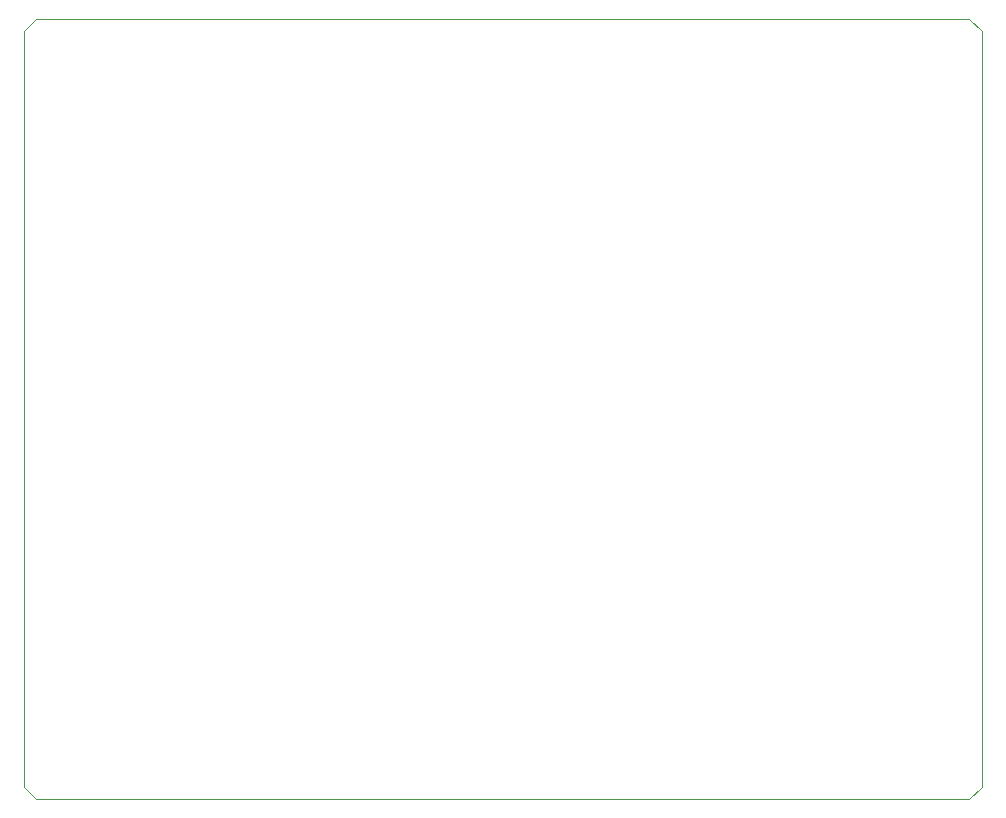
<source format=gbp>
G75*
%MOIN*%
%OFA0B0*%
%FSLAX25Y25*%
%IPPOS*%
%LPD*%
%AMOC8*
5,1,8,0,0,1.08239X$1,22.5*
%
%ADD10C,0.00000*%
D10*
X0001000Y0004937D02*
X0001000Y0256906D01*
X0004937Y0260843D01*
X0315961Y0260843D01*
X0320409Y0256906D01*
X0320409Y0004937D01*
X0315961Y0001000D01*
X0004937Y0001000D01*
X0001000Y0004937D01*
M02*

</source>
